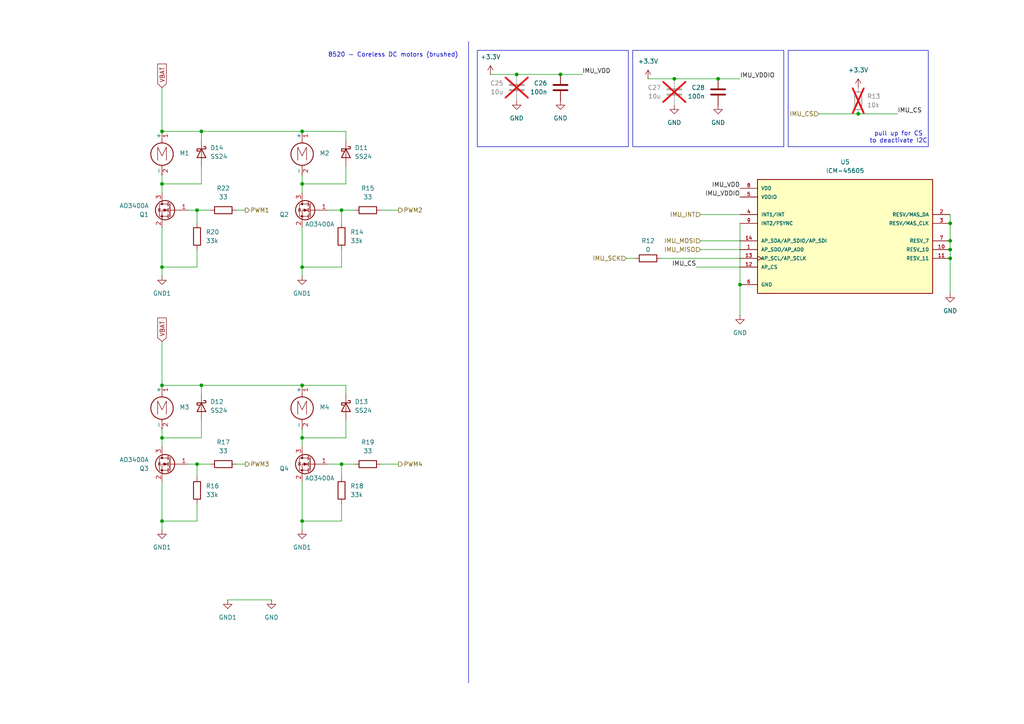
<source format=kicad_sch>
(kicad_sch (version 20250114) (generator "eeschema") (generator_version "9.0")
  (paper "A4")
  (lib_symbols
    (symbol "Device:C" (pin_numbers (hide yes)) (pin_names (offset 0.254))
      (property "Reference" "C" (at 0.635 2.54 0))
      (property "Value" "C" (at 0.635 -2.54 0))
      (symbol "C_0_1"
        (polyline (pts (xy -2.032 0.762) (xy 2.032 0.762)) (stroke (width 0.508)))
        (polyline (pts (xy -2.032 -0.762) (xy 2.032 -0.762)) (stroke (width 0.508)))
      )
      (symbol "C_1_1"
        (pin passive line (at 0 3.81 270) (length 2.794) (name "~") (number "1"))
        (pin passive line (at 0 -3.81 90) (length 2.794) (name "~") (number "2"))
      )
    )
    (symbol "Device:R" (pin_numbers (hide yes)) (pin_names (offset 0))
      (property "Reference" "R" (at 2.032 0 90))
      (property "Value" "R" (at 0 0 90))
      (symbol "R_0_1"
        (rectangle (start -1.016 -2.54) (end 1.016 2.54) (stroke (width 0.254)))
      )
      (symbol "R_1_1"
        (pin passive line (at 0 3.81 270) (length 1.27) (name "~") (number "1"))
        (pin passive line (at 0 -3.81 90) (length 1.27) (name "~") (number "2"))
      )
    )
    (symbol "Diode:SS24" (pin_numbers (hide yes)) (pin_names (offset 1.016) (hide yes))
      (property "Reference" "D" (at 0 2.54 0))
      (property "Value" "SS24" (at 0 -2.54 0))
      (symbol "SS24_0_1"
        (polyline (pts (xy -1.905 0.635) (xy -1.905 1.27) (xy -1.27 1.27) (xy -1.27 -1.27) (xy -0.635 -1.27) (xy -0.635 -0.635)) (stroke (width 0.254)))
        (polyline (pts (xy 1.27 1.27) (xy 1.27 -1.27) (xy -1.27 0) (xy 1.27 1.27)) (stroke (width 0.254)))
        (polyline (pts (xy 1.27 0) (xy -1.27 0)))
      )
      (symbol "SS24_1_1"
        (pin passive line (at -3.81 0 0) (length 2.54) (name "K") (number "1"))
        (pin passive line (at 3.81 0 180) (length 2.54) (name "A") (number "2"))
      )
    )
    (symbol "IMU:ICM-45605" (pin_names (offset 1.016))
      (property "Reference" "U" (at -25.4 18.542 0))
      (property "Value" "ICM-45605" (at -25.4 -17.78 0))
      (symbol "ICM-45605_0_0"
        (rectangle (start -25.4 -15.24) (end 25.4 17.78) (stroke (width 0.254)) (fill (type background)))
        (pin passive line (at -30.48 7.62 0) (length 5.08) (name "RESV/MAS_DA") (number "2"))
        (pin passive line (at -30.48 5.08 0) (length 5.08) (name "RESV/MAS_CLK") (number "3"))
        (pin passive line (at -30.48 0 0) (length 5.08) (name "RESV_7") (number "7"))
        (pin passive line (at -30.48 -2.54 0) (length 5.08) (name "RESV_10") (number "10"))
        (pin passive line (at -30.48 -5.08 0) (length 5.08) (name "RESV_11") (number "11"))
        (pin power_in line (at 30.48 15.24 180) (length 5.08) (name "VDD") (number "8"))
        (pin power_in line (at 30.48 12.7 180) (length 5.08) (name "VDDIO") (number "5"))
        (pin output line (at 30.48 7.62 180) (length 5.08) (name "INT1/INT") (number "4"))
        (pin bidirectional line (at 30.48 5.08 180) (length 5.08) (name "INT2/FSYNC") (number "9"))
        (pin bidirectional line (at 30.48 0 180) (length 5.08) (name "AP_SDA/AP_SDIO/AP_SDI") (number "14"))
        (pin bidirectional line (at 30.48 -2.54 180) (length 5.08) (name "AP_SDO/AP_AD0") (number "1"))
        (pin input clock (at 30.48 -5.08 180) (length 5.08) (name "AP_SCL/AP_SCLK") (number "13"))
        (pin input line (at 30.48 -7.62 180) (length 5.08) (name "AP_CS") (number "12"))
        (pin power_in line (at 30.48 -12.7 180) (length 5.08) (name "GND") (number "6"))
      )
    )
    (symbol "Motor:Motor_DC" (pin_names (offset 0))
      (property "Reference" "M" (at 2.54 2.54 0))
      (property "Value" "Motor_DC" (at 2.54 -5.08 0))
      (symbol "Motor_DC_0_0"
        (polyline (pts (xy -1.27 -3.302) (xy -1.27 0.508) (xy 0 -2.032) (xy 1.27 0.508) (xy 1.27 -3.302)))
      )
      (symbol "Motor_DC_0_1"
        (polyline (pts (xy 0 2.032) (xy 0 2.54)))
        (polyline (pts (xy 0 1.7272) (xy 0 2.0828)))
        (circle (center 0 -1.524) (radius 3.2512) (stroke (width 0.254)))
        (polyline (pts (xy 0 -4.7752) (xy 0 -5.1816)))
        (polyline (pts (xy 0 -7.62) (xy 0 -7.112)))
      )
      (symbol "Motor_DC_1_1"
        (pin passive line (at 0 5.08 270) (length 2.54) (name "+") (number "1"))
        (pin passive line (at 0 -7.62 90) (length 2.54) (name "-") (number "2"))
      )
    )
    (symbol "Transistor_FET:AO3400A" (pin_names (offset 0) (hide yes))
      (property "Reference" "Q" (at 5.08 1.905 0))
      (property "Value" "AO3400A" (at 5.08 0 0))
      (symbol "AO3400A_0_1"
        (polyline (pts (xy 0.254 1.905) (xy 0.254 -1.905)) (stroke (width 0.254)))
        (polyline (pts (xy 0.254 0) (xy -2.54 0)))
        (polyline (pts (xy 0.762 2.286) (xy 0.762 1.27)) (stroke (width 0.254)))
        (polyline (pts (xy 0.762 0.508) (xy 0.762 -0.508)) (stroke (width 0.254)))
        (polyline (pts (xy 0.762 -1.27) (xy 0.762 -2.286)) (stroke (width 0.254)))
        (polyline (pts (xy 0.762 -1.778) (xy 3.302 -1.778) (xy 3.302 1.778) (xy 0.762 1.778)))
        (polyline (pts (xy 1.016 0) (xy 2.032 0.381) (xy 2.032 -0.381) (xy 1.016 0)) (fill (type outline)))
        (circle (center 1.651 0) (radius 2.794) (stroke (width 0.254)))
        (polyline (pts (xy 2.54 2.54) (xy 2.54 1.778)))
        (circle (center 2.54 1.778) (radius 0.254) (fill (type outline)))
        (circle (center 2.54 -1.778) (radius 0.254) (fill (type outline)))
        (polyline (pts (xy 2.54 -2.54) (xy 2.54 0) (xy 0.762 0)))
        (polyline (pts (xy 2.921 0.381) (xy 3.683 0.381)))
        (polyline (pts (xy 3.302 0.381) (xy 2.921 -0.254) (xy 3.683 -0.254) (xy 3.302 0.381)))
      )
      (symbol "AO3400A_1_1"
        (pin input line (at -5.08 0 0) (length 2.54) (name "G") (number "1"))
        (pin passive line (at 2.54 5.08 270) (length 2.54) (name "D") (number "3"))
        (pin passive line (at 2.54 -5.08 90) (length 2.54) (name "S") (number "2"))
      )
    )
    (symbol "power:+3.3V" (power) (pin_numbers (hide yes)) (pin_names (offset 0) (hide yes))
      (property "Value" "+3.3V" (at 0 3.556 0))
      (symbol "+3.3V_0_1"
        (polyline (pts (xy -0.762 1.27) (xy 0 2.54)))
        (polyline (pts (xy 0 2.54) (xy 0.762 1.27)))
        (polyline (pts (xy 0 0) (xy 0 2.54)))
      )
      (symbol "+3.3V_1_1"
        (pin power_in line (at 0 0 90) (length 0) (name "~") (number "1"))
      )
    )
    (symbol "power:GND" (power) (pin_numbers (hide yes)) (pin_names (offset 0) (hide yes))
      (property "Value" "GND" (at 0 -3.81 0))
      (symbol "GND_0_1"
        (polyline (pts (xy 0 0) (xy 0 -1.27) (xy 1.27 -1.27) (xy 0 -2.54) (xy -1.27 -1.27) (xy 0 -1.27)))
      )
      (symbol "GND_1_1"
        (pin power_in line (at 0 0 270) (length 0) (name "~") (number "1"))
      )
    )
    (symbol "power:GND1" (power) (pin_numbers (hide yes)) (pin_names (offset 0) (hide yes))
      (property "Value" "GND1" (at 0 -3.81 0))
      (symbol "GND1_0_1"
        (polyline (pts (xy 0 0) (xy 0 -1.27) (xy 1.27 -1.27) (xy 0 -2.54) (xy -1.27 -1.27) (xy 0 -1.27)))
      )
      (symbol "GND1_1_1"
        (pin power_in line (at 0 0 270) (length 0) (name "~") (number "1"))
      )
    )
  )
  (rectangle (start 183.515 14.605) (end 227.33 42.545))
  (rectangle (start 138.43 14.605) (end 182.245 42.545))
  (rectangle (start 228.6 14.605) (end 269.24 42.545))
  (text "8520 - Coreless DC motors (brushed)" (at 114.046 16.002 0) (effects (font (size 1.27 1.27))))
  (text "pull up for CS\nto deactivate I2C" (at 260.604 39.878 0) (effects (font (size 1.27 1.27))))
  (junction (at 46.99 111.76))
  (junction (at 46.99 127))
  (junction (at 87.63 127))
  (junction (at 275.59 64.77))
  (junction (at 195.58 22.86))
  (junction (at 46.99 151.13))
  (junction (at 275.59 72.39))
  (junction (at 87.63 53.34))
  (junction (at 46.99 38.1))
  (junction (at 58.42 38.1))
  (junction (at 162.56 21.59))
  (junction (at 87.63 151.13))
  (junction (at 87.63 111.76))
  (junction (at 275.59 74.93))
  (junction (at 275.59 69.85))
  (junction (at 57.15 134.62))
  (junction (at 57.15 60.96))
  (junction (at 99.06 60.96))
  (junction (at 46.99 77.47))
  (junction (at 208.28 22.86))
  (junction (at 248.92 33.02))
  (junction (at 46.99 53.34))
  (junction (at 87.63 77.47))
  (junction (at 214.63 82.55))
  (junction (at 87.63 38.1))
  (junction (at 99.06 134.62))
  (junction (at 149.86 21.59))
  (junction (at 58.42 111.76))
  (wire (pts (xy 58.42 38.1) (xy 87.63 38.1)))
  (wire (pts (xy 46.99 53.34) (xy 46.99 55.88)))
  (wire (pts (xy 46.99 111.76) (xy 58.42 111.76)))
  (wire (pts (xy 99.06 146.05) (xy 99.06 151.13)))
  (wire (pts (xy 46.99 127) (xy 58.42 127)))
  (wire (pts (xy 58.42 121.92) (xy 58.42 127)))
  (wire (pts (xy 149.86 21.59) (xy 162.56 21.59)))
  (wire (pts (xy 100.33 48.26) (xy 100.33 53.34)))
  (wire (pts (xy 87.63 38.1) (xy 100.33 38.1)))
  (wire (pts (xy 46.99 38.1) (xy 58.42 38.1)))
  (wire (pts (xy 66.04 173.99) (xy 78.74 173.99)))
  (wire (pts (xy 60.96 60.96) (xy 57.15 60.96)))
  (wire (pts (xy 110.49 134.62) (xy 115.57 134.62)))
  (wire (pts (xy 46.99 50.8) (xy 46.99 53.34)))
  (polyline (pts (xy 135.89 12.065) (xy 135.89 197.9798)))
  (wire (pts (xy 100.33 127) (xy 87.63 127)))
  (wire (pts (xy 99.06 72.39) (xy 99.06 77.47)))
  (wire (pts (xy 237.49 33.02) (xy 248.92 33.02)))
  (wire (pts (xy 87.63 151.13) (xy 87.63 153.67)))
  (wire (pts (xy 99.06 134.62) (xy 99.06 138.43)))
  (polyline (pts (xy 135.89 197.9798) (xy 135.9027 197.9798)))
  (wire (pts (xy 100.33 121.92) (xy 100.33 127)))
  (wire (pts (xy 58.42 48.26) (xy 58.42 53.34)))
  (wire (pts (xy 203.2 72.39) (xy 214.63 72.39)))
  (wire (pts (xy 57.15 146.05) (xy 57.15 151.13)))
  (wire (pts (xy 57.15 72.39) (xy 57.15 77.47)))
  (wire (pts (xy 275.59 72.39) (xy 275.59 74.93)))
  (wire (pts (xy 95.25 134.62) (xy 99.06 134.62)))
  (wire (pts (xy 46.99 124.46) (xy 46.99 127)))
  (wire (pts (xy 71.12 60.96) (xy 68.58 60.96)))
  (wire (pts (xy 87.63 53.34) (xy 87.63 55.88)))
  (wire (pts (xy 58.42 111.76) (xy 87.63 111.76)))
  (wire (pts (xy 57.15 134.62) (xy 54.61 134.62)))
  (wire (pts (xy 46.99 99.06) (xy 46.99 111.76)))
  (wire (pts (xy 46.99 127) (xy 46.99 129.54)))
  (wire (pts (xy 110.49 60.96) (xy 115.57 60.96)))
  (wire (pts (xy 142.24 21.59) (xy 149.86 21.59)))
  (wire (pts (xy 99.06 60.96) (xy 102.87 60.96)))
  (wire (pts (xy 87.63 77.47) (xy 87.63 80.01)))
  (wire (pts (xy 46.99 25.4) (xy 46.99 38.1)))
  (wire (pts (xy 87.63 124.46) (xy 87.63 127)))
  (wire (pts (xy 275.59 74.93) (xy 275.59 85.09)))
  (wire (pts (xy 275.59 69.85) (xy 275.59 72.39)))
  (wire (pts (xy 46.99 53.34) (xy 58.42 53.34)))
  (wire (pts (xy 275.59 64.77) (xy 275.59 69.85)))
  (wire (pts (xy 57.15 134.62) (xy 57.15 138.43)))
  (wire (pts (xy 87.63 127) (xy 87.63 129.54)))
  (wire (pts (xy 87.63 66.04) (xy 87.63 77.47)))
  (wire (pts (xy 99.06 77.47) (xy 87.63 77.47)))
  (wire (pts (xy 203.2 69.85) (xy 214.63 69.85)))
  (wire (pts (xy 46.99 66.04) (xy 46.99 77.47)))
  (wire (pts (xy 214.63 64.77) (xy 214.63 82.55)))
  (wire (pts (xy 191.77 74.93) (xy 214.63 74.93)))
  (wire (pts (xy 46.99 77.47) (xy 57.15 77.47)))
  (wire (pts (xy 99.06 151.13) (xy 87.63 151.13)))
  (wire (pts (xy 100.33 38.1) (xy 100.33 40.64)))
  (wire (pts (xy 201.93 77.47) (xy 214.63 77.47)))
  (wire (pts (xy 57.15 60.96) (xy 57.15 64.77)))
  (wire (pts (xy 57.15 60.96) (xy 54.61 60.96)))
  (wire (pts (xy 71.12 134.62) (xy 68.58 134.62)))
  (wire (pts (xy 87.63 111.76) (xy 100.33 111.76)))
  (wire (pts (xy 58.42 111.76) (xy 58.42 114.3)))
  (wire (pts (xy 87.63 50.8) (xy 87.63 53.34)))
  (wire (pts (xy 162.56 21.59) (xy 168.91 21.59)))
  (wire (pts (xy 46.99 139.7) (xy 46.99 151.13)))
  (wire (pts (xy 100.33 111.76) (xy 100.33 114.3)))
  (wire (pts (xy 100.33 53.34) (xy 87.63 53.34)))
  (wire (pts (xy 99.06 60.96) (xy 99.06 64.77)))
  (wire (pts (xy 248.92 33.02) (xy 260.35 33.02)))
  (wire (pts (xy 195.58 22.86) (xy 208.28 22.86)))
  (wire (pts (xy 187.96 22.86) (xy 195.58 22.86)))
  (wire (pts (xy 203.2 62.23) (xy 214.63 62.23)))
  (wire (pts (xy 60.96 134.62) (xy 57.15 134.62)))
  (wire (pts (xy 46.99 151.13) (xy 57.15 151.13)))
  (wire (pts (xy 99.06 134.62) (xy 102.87 134.62)))
  (wire (pts (xy 87.63 139.7) (xy 87.63 151.13)))
  (wire (pts (xy 181.61 74.93) (xy 184.15 74.93)))
  (wire (pts (xy 275.59 62.23) (xy 275.59 64.77)))
  (wire (pts (xy 214.63 91.44) (xy 214.63 82.55)))
  (wire (pts (xy 58.42 38.1) (xy 58.42 40.64)))
  (wire (pts (xy 208.28 22.86) (xy 214.63 22.86)))
  (wire (pts (xy 95.25 60.96) (xy 99.06 60.96)))
  (wire (pts (xy 46.99 77.47) (xy 46.99 80.01)))
  (wire (pts (xy 46.99 151.13) (xy 46.99 153.67)))
  (label "IMU_VDD" (at 168.91 21.59 0))
  (label "IMU_CS" (at 260.35 33.02 0))
  (label "IMU_VDD" (at 214.63 54.61 180))
  (label "IMU_CS" (at 201.93 77.47 180))
  (label "IMU_VDDIO" (at 214.63 57.15 180))
  (label "IMU_VDDIO" (at 214.63 22.86 0))
  (global_label "VBAT" (shape input) (at 46.99 25.4 90) (property "Intersheetrefs" "${INTERSHEET_REFS}" (effects (hide yes))))
  (global_label "VBAT" (shape input) (at 46.99 99.06 90) (property "Intersheetrefs" "${INTERSHEET_REFS}" (effects (hide yes))))
  (hierarchical_label "IMU_MISO" (shape input) (at 203.2 72.39 180))
  (hierarchical_label "IMU_SCK" (shape input) (at 181.61 74.93 180))
  (hierarchical_label "IMU_INT" (shape input) (at 203.2 62.23 180))
  (hierarchical_label "IMU_MOSI" (shape input) (at 203.2 69.85 180))
  (hierarchical_label "PWM2" (shape output) (at 115.57 60.96 0))
  (hierarchical_label "PWM3" (shape output) (at 71.12 134.62 0))
  (hierarchical_label "PWM4" (shape output) (at 115.57 134.62 0))
  (hierarchical_label "IMU_CS" (shape input) (at 237.49 33.02 180))
  (hierarchical_label "PWM1" (shape output) (at 71.12 60.96 0))
  (symbol (lib_id "power:+3.3V") (at 187.96 22.86 0) (unit 1)
    (property "Reference" "#PWR054" (effects (hide yes)))
    (property "Value" "+3.3V" (at 187.96 17.78 0))
    (property "Description" "Power symbol creates a global label with name \"+3.3V\"" (effects (hide yes)))
  )
  (symbol (lib_id "Diode:SS24") (at 100.33 44.45 270) (unit 1)
    (property "Reference" "D11" (at 102.87 42.8624 90) (effects (justify left)))
    (property "Value" "SS24" (at 102.87 45.4024 90) (effects (justify left)))
    (property "Footprint" "Diode_SMD:D_SMA" (effects (hide yes)))
    (property "Datasheet" "https://www.vishay.com/docs/88748/ss22.pdf" (effects (hide yes)))
    (property "Description" "40V 2A Schottky Diode, SMA" (effects (hide yes)))
  )
  (symbol (lib_id "Device:R") (at 57.15 68.58 0) (unit 1)
    (property "Reference" "R20" (at 59.69 67.3099 0) (effects (justify left)))
    (property "Value" "33k" (at 59.69 69.8499 0) (effects (justify left)))
    (property "Description" "Resistor" (effects (hide yes)))
  )
  (symbol (lib_id "Diode:SS24") (at 58.42 118.11 270) (unit 1)
    (property "Reference" "D12" (at 60.96 116.5224 90) (effects (justify left)))
    (property "Value" "SS24" (at 60.96 119.0624 90) (effects (justify left)))
    (property "Footprint" "Diode_SMD:D_SMA" (effects (hide yes)))
    (property "Datasheet" "https://www.vishay.com/docs/88748/ss22.pdf" (effects (hide yes)))
    (property "Description" "40V 2A Schottky Diode, SMA" (effects (hide yes)))
  )
  (symbol (lib_id "power:GND") (at 275.59 85.09 0) (unit 1)
    (property "Reference" "#PWR050" (effects (hide yes)))
    (property "Value" "GND" (at 275.59 90.17 0))
    (property "Description" "Power symbol creates a global label with name \"GND\" , ground" (effects (hide yes)))
  )
  (symbol (lib_id "Transistor_FET:AO3400A") (at 49.53 60.96 0) (mirror y) (unit 1)
    (property "Reference" "Q1" (at 43.18 62.2301 0) (effects (justify left)))
    (property "Value" "AO3400A" (at 43.18 59.6901 0) (effects (justify left)))
    (property "Footprint" "Package_TO_SOT_SMD:SOT-23" (effects (hide yes)))
    (property "Datasheet" "http://www.aosmd.com/pdfs/datasheet/AO3400A.pdf" (effects (hide yes)))
    (property "Description" "30V Vds, 5.7A Id, N-Channel MOSFET, SOT-23" (effects (hide yes)))
  )
  (symbol (lib_id "power:GND1") (at 87.63 80.01 0) (unit 1)
    (property "Reference" "#PWR043" (effects (hide yes)))
    (property "Value" "GND1" (at 87.63 85.09 0))
    (property "Description" "Power symbol creates a global label with name \"GND1\" , ground" (effects (hide yes)))
  )
  (symbol (lib_id "Motor:Motor_DC") (at 87.63 116.84 0) (unit 1)
    (property "Reference" "M4" (at 92.71 118.1099 0) (effects (justify left)))
    (property "Value" "Motor_DC" (effects (hide yes)))
    (property "Description" "DC Motor" (effects (hide yes)))
  )
  (symbol (lib_id "Device:R") (at 99.06 142.24 0) (unit 1)
    (property "Reference" "R18" (at 101.6 140.9699 0) (effects (justify left)))
    (property "Value" "33k" (at 101.6 143.5099 0) (effects (justify left)))
    (property "Description" "Resistor" (effects (hide yes)))
  )
  (symbol (lib_id "Device:R") (at 99.06 68.58 0) (unit 1)
    (property "Reference" "R14" (at 101.6 67.3099 0) (effects (justify left)))
    (property "Value" "33k" (at 101.6 69.8499 0) (effects (justify left)))
    (property "Description" "Resistor" (effects (hide yes)))
  )
  (symbol (lib_id "Motor:Motor_DC") (at 46.99 43.18 0) (unit 1)
    (property "Reference" "M1" (at 52.07 44.4499 0) (effects (justify left)))
    (property "Value" "Motor_DC" (effects (hide yes)))
    (property "Description" "DC Motor" (effects (hide yes)))
  )
  (symbol (lib_id "Device:C") (at 208.28 26.67 0) (unit 1)
    (property "Reference" "C28" (at 204.47 25.3999 0) (effects (justify right)))
    (property "Value" "100n" (at 204.47 27.9399 0) (effects (justify right)))
    (property "Description" "Unpolarized capacitor" (effects (hide yes)))
  )
  (symbol (lib_id "Device:R") (at 106.68 134.62 90) (unit 1)
    (property "Reference" "R19" (at 106.68 128.27 90))
    (property "Value" "33" (at 106.68 130.81 90))
    (property "Description" "Resistor" (effects (hide yes)))
  )
  (symbol (lib_id "power:GND") (at 149.86 29.21 0) (unit 1)
    (property "Reference" "#PWR047" (effects (hide yes)))
    (property "Value" "GND" (at 149.86 34.29 0))
    (property "Description" "Power symbol creates a global label with name \"GND\" , ground" (effects (hide yes)))
  )
  (symbol (lib_id "Transistor_FET:AO3400A") (at 90.17 60.96 0) (mirror y) (unit 1)
    (property "Reference" "Q2" (at 83.82 62.2301 0) (effects (justify left)))
    (property "Value" "AO3400A" (at 97.028 65.024 0) (effects (justify left)))
    (property "Footprint" "Package_TO_SOT_SMD:SOT-23" (effects (hide yes)))
    (property "Datasheet" "http://www.aosmd.com/pdfs/datasheet/AO3400A.pdf" (effects (hide yes)))
    (property "Description" "30V Vds, 5.7A Id, N-Channel MOSFET, SOT-23" (effects (hide yes)))
  )
  (symbol (lib_id "power:+3.3V") (at 142.24 21.59 0) (unit 1)
    (property "Reference" "#PWR042" (effects (hide yes)))
    (property "Value" "+3.3V" (at 142.24 16.51 0))
    (property "Description" "Power symbol creates a global label with name \"+3.3V\"" (effects (hide yes)))
  )
  (symbol (lib_id "Motor:Motor_DC") (at 46.99 116.84 0) (unit 1)
    (property "Reference" "M3" (at 52.07 118.1099 0) (effects (justify left)))
    (property "Value" "Motor_DC" (effects (hide yes)))
    (property "Description" "DC Motor" (effects (hide yes)))
  )
  (symbol (lib_id "Diode:SS24") (at 100.33 118.11 270) (unit 1)
    (property "Reference" "D13" (at 102.87 116.5224 90) (effects (justify left)))
    (property "Value" "SS24" (at 102.87 119.0624 90) (effects (justify left)))
    (property "Footprint" "Diode_SMD:D_SMA" (effects (hide yes)))
    (property "Datasheet" "https://www.vishay.com/docs/88748/ss22.pdf" (effects (hide yes)))
    (property "Description" "40V 2A Schottky Diode, SMA" (effects (hide yes)))
  )
  (symbol (lib_id "Motor:Motor_DC") (at 87.63 43.18 0) (unit 1)
    (property "Reference" "M2" (at 92.71 44.4499 0) (effects (justify left)))
    (property "Value" "Motor_DC" (effects (hide yes)))
    (property "Description" "DC Motor" (effects (hide yes)))
  )
  (symbol (lib_id "IMU:ICM-45605") (at 245.11 69.85 0) (mirror y) (unit 1)
    (property "Reference" "U5" (at 245.11 46.99 0))
    (property "Value" "ICM-45605" (at 245.11 49.53 0))
    (property "Footprint" "ICM-45605:XDCR_ICM-45605" (effects (hide yes)))
    (property "MF" "TDK InvenSense" (effects (hide yes)))
    (property "MAXIMUM_PACKAGE_HEIGHT" "0.86mm" (effects (hide yes)))
    (property "Package" "Package" (effects (hide yes)))
    (property "Price" "None" (effects (hide yes)))
    (property "Check_prices" "https://www.snapeda.com/parts/ICM-45605/TDK/view-part/?ref=eda" (effects (hide yes)))
    (property "STANDARD" "Manufacturer Recommendations" (effects (hide yes)))
    (property "PARTREV" "1.0" (effects (hide yes)))
    (property "SnapEDA_Link" "https://www.snapeda.com/parts/ICM-45605/TDK/view-part/?ref=snap" (effects (hide yes)))
    (property "MP" "ICM-45605" (effects (hide yes)))
    (property "Purchase-URL" "https://www.snapeda.com/api/url_track_click_mouser/?unipart_id=15631025&manufacturer=TDK InvenSense&part_name=ICM-45605&search_term=icm-45605" (effects (hide yes)))
    (property "Description_1" "TDK Next Gen Ultra-Low Power, High-Performance Integrated 6-Axis MEMS MotionTracking Device with BalanceGyro Technology, +/-2000dps/+/-16g, single interface" (effects (hide yes)))
    (property "Availability" "In Stock" (effects (hide yes)))
    (property "MANUFACTURER" "TDK InvenSense" (effects (hide yes)))
  )
  (symbol (lib_id "power:GND") (at 195.58 30.48 0) (unit 1)
    (property "Reference" "#PWR055" (effects (hide yes)))
    (property "Value" "GND" (at 195.58 35.56 0))
    (property "Description" "Power symbol creates a global label with name \"GND\" , ground" (effects (hide yes)))
  )
  (symbol (lib_id "power:GND") (at 162.56 29.21 0) (unit 1)
    (property "Reference" "#PWR053" (effects (hide yes)))
    (property "Value" "GND" (at 162.56 34.29 0))
    (property "Description" "Power symbol creates a global label with name \"GND\" , ground" (effects (hide yes)))
  )
  (symbol (lib_id "Device:R") (at 64.77 134.62 90) (unit 1)
    (property "Reference" "R17" (at 64.77 128.27 90))
    (property "Value" "33" (at 64.77 130.81 90))
    (property "Description" "Resistor" (effects (hide yes)))
  )
  (symbol (lib_id "Device:R") (at 187.96 74.93 90) (unit 1)
    (property "Reference" "R12" (at 187.96 69.85 90))
    (property "Value" "0" (at 187.96 72.39 90))
    (property "Description" "Resistor" (effects (hide yes)))
  )
  (symbol (lib_id "power:GND1") (at 46.99 153.67 0) (unit 1)
    (property "Reference" "#PWR044" (effects (hide yes)))
    (property "Value" "GND1" (at 46.99 158.75 0))
    (property "Description" "Power symbol creates a global label with name \"GND1\" , ground" (effects (hide yes)))
  )
  (symbol (lib_id "Transistor_FET:AO3400A") (at 90.17 134.62 0) (mirror y) (unit 1)
    (property "Reference" "Q4" (at 83.82 135.8901 0) (effects (justify left)))
    (property "Value" "AO3400A" (at 97.028 138.684 0) (effects (justify left)))
    (property "Footprint" "Package_TO_SOT_SMD:SOT-23" (effects (hide yes)))
    (property "Datasheet" "http://www.aosmd.com/pdfs/datasheet/AO3400A.pdf" (effects (hide yes)))
    (property "Description" "30V Vds, 5.7A Id, N-Channel MOSFET, SOT-23" (effects (hide yes)))
  )
  (symbol (lib_id "power:GND1") (at 87.63 153.67 0) (unit 1)
    (property "Reference" "#PWR045" (effects (hide yes)))
    (property "Value" "GND1" (at 87.63 158.75 0))
    (property "Description" "Power symbol creates a global label with name \"GND1\" , ground" (effects (hide yes)))
  )
  (symbol (lib_id "Device:R") (at 64.77 60.96 90) (unit 1)
    (property "Reference" "R22" (at 64.77 54.61 90))
    (property "Value" "33" (at 64.77 57.15 90))
    (property "Description" "Resistor" (effects (hide yes)))
  )
  (symbol (lib_id "power:GND1") (at 66.04 173.99 0) (unit 1)
    (property "Reference" "#PWR046" (effects (hide yes)))
    (property "Value" "GND1" (at 66.04 179.07 0))
    (property "Description" "Power symbol creates a global label with name \"GND1\" , ground" (effects (hide yes)))
  )
  (symbol (lib_id "power:+3.3V") (at 248.92 25.4 0) (unit 1)
    (property "Reference" "#PWR049" (effects (hide yes)))
    (property "Value" "+3.3V" (at 248.92 20.32 0))
    (property "Description" "Power symbol creates a global label with name \"+3.3V\"" (effects (hide yes)))
  )
  (symbol (lib_id "Device:C") (at 195.58 26.67 0) (unit 1) (dnp yes)
    (property "Reference" "C27" (at 191.77 25.3999 0) (effects (justify right)))
    (property "Value" "10u" (at 191.77 27.9399 0) (effects (justify right)))
    (property "Description" "Unpolarized capacitor" (effects (hide yes)))
  )
  (symbol (lib_id "Device:R") (at 57.15 142.24 0) (unit 1)
    (property "Reference" "R16" (at 59.69 140.9699 0) (effects (justify left)))
    (property "Value" "33k" (at 59.69 143.5099 0) (effects (justify left)))
    (property "Description" "Resistor" (effects (hide yes)))
  )
  (symbol (lib_id "Device:C") (at 149.86 25.4 0) (unit 1) (dnp yes)
    (property "Reference" "C25" (at 146.05 24.1299 0) (effects (justify right)))
    (property "Value" "10u" (at 146.05 26.6699 0) (effects (justify right)))
    (property "Description" "Unpolarized capacitor" (effects (hide yes)))
  )
  (symbol (lib_id "Transistor_FET:AO3400A") (at 49.53 134.62 0) (mirror y) (unit 1)
    (property "Reference" "Q3" (at 43.18 135.8901 0) (effects (justify left)))
    (property "Value" "AO3400A" (at 43.18 133.3501 0) (effects (justify left)))
    (property "Footprint" "Package_TO_SOT_SMD:SOT-23" (effects (hide yes)))
    (property "Datasheet" "http://www.aosmd.com/pdfs/datasheet/AO3400A.pdf" (effects (hide yes)))
    (property "Description" "30V Vds, 5.7A Id, N-Channel MOSFET, SOT-23" (effects (hide yes)))
  )
  (symbol (lib_id "Diode:SS24") (at 58.42 44.45 270) (unit 1)
    (property "Reference" "D14" (at 60.96 42.8624 90) (effects (justify left)))
    (property "Value" "SS24" (at 60.96 45.4024 90) (effects (justify left)))
    (property "Footprint" "Diode_SMD:D_SMA" (effects (hide yes)))
    (property "Datasheet" "https://www.vishay.com/docs/88748/ss22.pdf" (effects (hide yes)))
    (property "Description" "40V 2A Schottky Diode, SMA" (effects (hide yes)))
  )
  (symbol (lib_id "power:GND1") (at 46.99 80.01 0) (unit 1)
    (property "Reference" "#PWR048" (effects (hide yes)))
    (property "Value" "GND1" (at 46.99 85.09 0))
    (property "Description" "Power symbol creates a global label with name \"GND1\" , ground" (effects (hide yes)))
  )
  (symbol (lib_id "Device:C") (at 162.56 25.4 0) (unit 1)
    (property "Reference" "C26" (at 158.75 24.1299 0) (effects (justify right)))
    (property "Value" "100n" (at 158.75 26.6699 0) (effects (justify right)))
    (property "Description" "Unpolarized capacitor" (effects (hide yes)))
  )
  (symbol (lib_id "Device:R") (at 106.68 60.96 90) (unit 1)
    (property "Reference" "R15" (at 106.68 54.61 90))
    (property "Value" "33" (at 106.68 57.15 90))
    (property "Description" "Resistor" (effects (hide yes)))
  )
  (symbol (lib_id "power:GND") (at 78.74 173.99 0) (unit 1)
    (property "Reference" "#PWR051" (effects (hide yes)))
    (property "Value" "GND" (at 78.74 179.07 0))
    (property "Description" "Power symbol creates a global label with name \"GND\" , ground" (effects (hide yes)))
  )
  (symbol (lib_id "power:GND") (at 214.63 91.44 0) (unit 1)
    (property "Reference" "#PWR052" (effects (hide yes)))
    (property "Value" "GND" (at 214.63 96.52 0))
    (property "Description" "Power symbol creates a global label with name \"GND\" , ground" (effects (hide yes)))
  )
  (symbol (lib_id "power:GND") (at 208.28 30.48 0) (unit 1)
    (property "Reference" "#PWR056" (effects (hide yes)))
    (property "Value" "GND" (at 208.28 35.56 0))
    (property "Description" "Power symbol creates a global label with name \"GND\" , ground" (effects (hide yes)))
  )
  (symbol (lib_id "Device:R") (at 248.92 29.21 180) (unit 1) (dnp yes)
    (property "Reference" "R13" (at 251.46 27.9399 0) (effects (justify right)))
    (property "Value" "10k" (at 251.46 30.4799 0) (effects (justify right)))
    (property "Description" "Resistor" (effects (hide yes)))
  )
)
</source>
